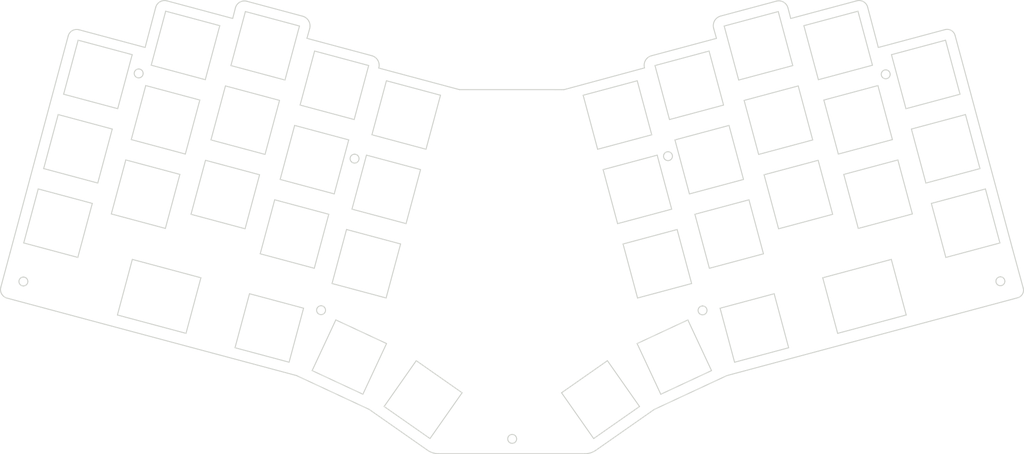
<source format=kicad_pcb>
(kicad_pcb (version 20171130) (host pcbnew "(5.1.10)-1")

  (general
    (thickness 1.6)
    (drawings 266)
    (tracks 0)
    (zones 0)
    (modules 0)
    (nets 1)
  )

  (page A4)
  (layers
    (0 F.Cu signal)
    (31 B.Cu signal)
    (32 B.Adhes user)
    (33 F.Adhes user)
    (34 B.Paste user)
    (35 F.Paste user)
    (36 B.SilkS user)
    (37 F.SilkS user)
    (38 B.Mask user)
    (39 F.Mask user)
    (40 Dwgs.User user)
    (41 Cmts.User user)
    (42 Eco1.User user)
    (43 Eco2.User user)
    (44 Edge.Cuts user)
    (45 Margin user)
    (46 B.CrtYd user)
    (47 F.CrtYd user)
    (48 B.Fab user)
    (49 F.Fab user)
  )

  (setup
    (last_trace_width 0.254)
    (trace_clearance 0.2)
    (zone_clearance 0.508)
    (zone_45_only no)
    (trace_min 0.2)
    (via_size 0.8)
    (via_drill 0.4)
    (via_min_size 0.4)
    (via_min_drill 0.3)
    (uvia_size 0.3)
    (uvia_drill 0.1)
    (uvias_allowed no)
    (uvia_min_size 0.2)
    (uvia_min_drill 0.1)
    (edge_width 0.05)
    (segment_width 0.2)
    (pcb_text_width 0.3)
    (pcb_text_size 1.5 1.5)
    (mod_edge_width 0.12)
    (mod_text_size 1 1)
    (mod_text_width 0.15)
    (pad_size 1.524 1.524)
    (pad_drill 0.762)
    (pad_to_mask_clearance 0)
    (aux_axis_origin 0 0)
    (visible_elements 7FFFFFFF)
    (pcbplotparams
      (layerselection 0x010fc_ffffffff)
      (usegerberextensions false)
      (usegerberattributes true)
      (usegerberadvancedattributes true)
      (creategerberjobfile true)
      (excludeedgelayer true)
      (linewidth 0.100000)
      (plotframeref false)
      (viasonmask false)
      (mode 1)
      (useauxorigin false)
      (hpglpennumber 1)
      (hpglpenspeed 20)
      (hpglpendiameter 15.000000)
      (psnegative false)
      (psa4output false)
      (plotreference true)
      (plotvalue true)
      (plotinvisibletext false)
      (padsonsilk false)
      (subtractmaskfromsilk false)
      (outputformat 1)
      (mirror false)
      (drillshape 0)
      (scaleselection 1)
      (outputdirectory "gerbers/"))
  )

  (net 0 "")

  (net_class Default "This is the default net class."
    (clearance 0.2)
    (trace_width 0.254)
    (via_dia 0.8)
    (via_drill 0.4)
    (uvia_dia 0.3)
    (uvia_drill 0.1)
  )

  (net_class Power ""
    (clearance 0.2)
    (trace_width 0.381)
    (via_dia 0.8)
    (via_drill 0.4)
    (uvia_dia 0.3)
    (uvia_drill 0.1)
  )

  (gr_curve (pts (xy 60.092278 41.720327) (xy 60.244778 41.142164) (xy 60.621256 40.648539) (xy 61.1385 40.348558)) (layer Edge.Cuts) (width 0.25))
  (gr_line (start 271.22136 101.038423) (end 273.941878 111.015776) (layer Edge.Cuts) (width 0.25))
  (gr_line (start 21.906161 110.799015) (end 24.21398 102.191583) (layer Edge.Cuts) (width 0.25))
  (gr_curve (pts (xy 114.857934 54.818752) (xy 115.181581 55.392561) (xy 115.260679 56.072478) (xy 115.0774 56.70526)) (layer Edge.Cuts) (width 0.25))
  (gr_line (start 260.566059 61.35092) (end 271.22136 101.038423) (layer Edge.Cuts) (width 0.25))
  (gr_curve (pts (xy 80.797665 40.454292) (xy 81.323729 40.146936) (xy 81.950858 40.062712) (xy 82.539375 40.220381)) (layer Edge.Cuts) (width 0.25))
  (gr_line (start 127.097653 151.018963) (end 112.7152 140.946799) (layer Edge.Cuts) (width 0.25))
  (gr_curve (pts (xy 61.1385 40.348558) (xy 61.655743 40.048578) (xy 62.27116 39.966944) (xy 62.848724 40.121699)) (layer Edge.Cuts) (width 0.25))
  (gr_curve (pts (xy 23.455295 113.482373) (xy 22.89399 113.332032) (xy 22.415415 112.964836) (xy 22.124885 112.461589)) (layer Edge.Cuts) (width 0.25))
  (gr_curve (pts (xy 97.806509 45.072149) (xy 98.134793 45.647455) (xy 98.219394 46.330146) (xy 98.04147 46.968182)) (layer Edge.Cuts) (width 0.25))
  (gr_line (start 82.539375 40.220381) (end 96.293704 43.905288) (layer Edge.Cuts) (width 0.25))
  (gr_line (start 182.981763 140.949443) (end 168.596838 151.021698) (layer Edge.Cuts) (width 0.25))
  (gr_line (start 94.7955 132.590199) (end 23.455295 113.482373) (layer Edge.Cuts) (width 0.25))
  (gr_line (start 79.06782 44.46754) (end 79.738667 41.856716) (layer Edge.Cuts) (width 0.25))
  (gr_curve (pts (xy 79.738667 41.856716) (xy 79.890293 41.266613) (xy 80.271601 40.761649) (xy 80.797665 40.454292)) (layer Edge.Cuts) (width 0.25))
  (gr_line (start 98.04147 46.968182) (end 97.37106 49.37228) (layer Edge.Cuts) (width 0.25))
  (gr_line (start 165.885645 151.876421) (end 129.80878 151.87398) (layer Edge.Cuts) (width 0.25))
  (gr_line (start 97.37106 49.37228) (end 113.356977 53.655049) (layer Edge.Cuts) (width 0.25))
  (gr_curve (pts (xy 96.293704 43.905288) (xy 96.933519 44.0767) (xy 97.478225 44.496844) (xy 97.806509 45.072149)) (layer Edge.Cuts) (width 0.25))
  (gr_line (start 112.7152 140.946799) (end 94.7955 132.590199) (layer Edge.Cuts) (width 0.25))
  (gr_line (start 62.848724 40.121699) (end 79.06782 44.46754) (layer Edge.Cuts) (width 0.25))
  (gr_line (start 41.161208 47.250675) (end 57.48036 51.62272) (layer Edge.Cuts) (width 0.25))
  (gr_curve (pts (xy 38.519702 48.775661) (xy 38.828085 47.625165) (xy 40.010674 46.942436) (xy 41.161208 47.250675)) (layer Edge.Cuts) (width 0.25))
  (gr_curve (pts (xy 22.124885 112.461589) (xy 21.834354 111.958342) (xy 21.755675 111.360281) (xy 21.906161 110.799015)) (layer Edge.Cuts) (width 0.25))
  (gr_line (start 115.0774 56.70526) (end 134.945283 62.02656) (layer Edge.Cuts) (width 0.25))
  (gr_curve (pts (xy 113.356977 53.655049) (xy 113.993325 53.825533) (xy 114.534286 54.244944) (xy 114.857934 54.818752)) (layer Edge.Cuts) (width 0.25))
  (gr_line (start 257.143181 48.64992) (end 260.566059 61.35092) (layer Edge.Cuts) (width 0.25))
  (gr_line (start 57.48036 51.62272) (end 60.092278 41.720327) (layer Edge.Cuts) (width 0.25))
  (gr_line (start 200.898925 132.592843) (end 182.981763 140.949443) (layer Edge.Cuts) (width 0.25))
  (gr_line (start 35.483957 60.10124) (end 38.519702 48.775661) (layer Edge.Cuts) (width 0.25))
  (gr_line (start 24.21398 102.191583) (end 35.483957 60.10124) (layer Edge.Cuts) (width 0.25))
  (gr_curve (pts (xy 129.80878 151.87398) (xy 128.838747 151.873915) (xy 127.89222 151.575405) (xy 127.097653 151.018963)) (layer Edge.Cuts) (width 0.25))
  (gr_curve (pts (xy 168.596838 151.021698) (xy 167.802232 151.578078) (xy 166.855674 151.876487) (xy 165.885645 151.876421)) (layer Edge.Cuts) (width 0.25))
  (gr_line (start 147.963285 147.118379) (end 147.963285 147.118379) (layer Edge.Cuts) (width 0.25))
  (gr_curve (pts (xy 187.472446 78.44766) (xy 187.472446 77.84055) (xy 186.980286 77.348389) (xy 186.373176 77.348389)) (layer Edge.Cuts) (width 0.25))
  (gr_curve (pts (xy 180.589083 56.662078) (xy 180.413409 56.039845) (xy 180.494389 55.373165) (xy 180.813919 54.811083)) (layer Edge.Cuts) (width 0.25))
  (gr_curve (pts (xy 99.837547 116.036817) (xy 99.667401 116.447587) (xy 99.76145 116.920403) (xy 100.075839 117.234792)) (layer Edge.Cuts) (width 0.25))
  (gr_curve (pts (xy 146.947692 147.796977) (xy 146.777545 148.207747) (xy 146.871594 148.680563) (xy 147.185984 148.994952)) (layer Edge.Cuts) (width 0.25))
  (gr_curve (pts (xy 100.075839 117.234792) (xy 100.390228 117.549181) (xy 100.863044 117.64323) (xy 101.273814 117.473084)) (layer Edge.Cuts) (width 0.25))
  (gr_curve (pts (xy 28.25061 108.600192) (xy 28.044457 108.394039) (xy 27.764853 108.278223) (xy 27.473308 108.278223)) (layer Edge.Cuts) (width 0.25))
  (gr_curve (pts (xy 193.877755 116.086853) (xy 193.707609 116.497622) (xy 193.801658 116.970438) (xy 194.116047 117.284827)) (layer Edge.Cuts) (width 0.25))
  (gr_curve (pts (xy 185.357582 78.026987) (xy 185.187436 78.437757) (xy 185.281484 78.910573) (xy 185.595874 79.224962)) (layer Edge.Cuts) (width 0.25))
  (gr_curve (pts (xy 269.090362 108.540248) (xy 268.884209 108.334095) (xy 268.604604 108.218279) (xy 268.31306 108.218279)) (layer Edge.Cuts) (width 0.25))
  (gr_curve (pts (xy 101.630443 115.680188) (xy 101.42429 115.474035) (xy 101.144686 115.358219) (xy 100.853141 115.358219)) (layer Edge.Cuts) (width 0.25))
  (gr_curve (pts (xy 267.535757 110.094852) (xy 267.850146 110.409241) (xy 268.322963 110.50329) (xy 268.733733 110.333144)) (layer Edge.Cuts) (width 0.25))
  (gr_curve (pts (xy 240.463792 59.263167) (xy 240.874561 59.093021) (xy 241.14239 58.692187) (xy 241.14239 58.247574)) (layer Edge.Cuts) (width 0.25))
  (gr_curve (pts (xy 240.043119 57.148303) (xy 239.598506 57.148303) (xy 239.197671 57.416131) (xy 239.027525 57.826901)) (layer Edge.Cuts) (width 0.25))
  (gr_line (start 216.629145 44.47008) (end 232.906694 40.108577) (layer Edge.Cuts) (width 0.25))
  (gr_curve (pts (xy 272.582546 113.388393) (xy 263.377255 115.854484) (xy 222.487261 126.809214) (xy 200.898925 132.592843)) (layer Edge.Cuts) (width 0.25))
  (gr_curve (pts (xy 273.941878 111.015776) (xy 274.223742 112.049513) (xy 273.615132 113.111759) (xy 272.582546 113.388393)) (layer Edge.Cuts) (width 0.25))
  (gr_curve (pts (xy 100.853141 115.358219) (xy 100.408527 115.358219) (xy 100.007693 115.626048) (xy 99.837547 116.036817)) (layer Edge.Cuts) (width 0.25))
  (gr_line (start 238.216597 51.62526) (end 254.660799 47.219104) (layer Edge.Cuts) (width 0.25))
  (gr_line (start 235.589252 41.664354) (end 238.216597 51.62526) (layer Edge.Cuts) (width 0.25))
  (gr_line (start 194.893349 115.408255) (end 194.893349 115.408255) (layer Edge.Cuts) (width 0.25))
  (gr_curve (pts (xy 180.813919 54.811083) (xy 181.133449 54.249001) (xy 181.66488 53.838392) (xy 182.289407 53.671053)) (layer Edge.Cuts) (width 0.25))
  (gr_curve (pts (xy 254.660799 47.219104) (xy 255.741285 46.929587) (xy 256.852107 47.569852) (xy 257.143181 48.64992)) (layer Edge.Cuts) (width 0.25))
  (gr_line (start 215.950579 41.869364) (end 216.629145 44.47008) (layer Edge.Cuts) (width 0.25))
  (gr_curve (pts (xy 234.571075 40.329356) (xy 235.074454 40.621294) (xy 235.44084 41.101689) (xy 235.589252 41.664354)) (layer Edge.Cuts) (width 0.25))
  (gr_line (start 240.043119 57.148303) (end 240.043119 57.148303) (layer Edge.Cuts) (width 0.25))
  (gr_line (start 27.473308 108.278223) (end 27.473308 108.278223) (layer Edge.Cuts) (width 0.25))
  (gr_curve (pts (xy 232.906694 40.108577) (xy 233.468777 39.95797) (xy 234.067696 40.037416) (xy 234.571075 40.329356)) (layer Edge.Cuts) (width 0.25))
  (gr_curve (pts (xy 194.116047 117.284827) (xy 194.430436 117.599217) (xy 194.903252 117.693266) (xy 195.314022 117.523119)) (layer Edge.Cuts) (width 0.25))
  (gr_line (start 198.323363 49.37482) (end 197.628457 46.907194) (layer Edge.Cuts) (width 0.25))
  (gr_line (start 199.356607 43.869572) (end 213.071791 40.194646) (layer Edge.Cuts) (width 0.25))
  (gr_curve (pts (xy 268.31306 108.218279) (xy 267.868446 108.218279) (xy 267.467612 108.486108) (xy 267.297465 108.896877)) (layer Edge.Cuts) (width 0.25))
  (gr_curve (pts (xy 214.859643 40.433016) (xy 215.400066 40.747404) (xy 215.792735 41.2644) (xy 215.950579 41.869364)) (layer Edge.Cuts) (width 0.25))
  (gr_curve (pts (xy 213.071791 40.194646) (xy 213.675705 40.03283) (xy 214.319221 40.118628) (xy 214.859643 40.433016)) (layer Edge.Cuts) (width 0.25))
  (gr_line (start 134.945283 62.02656) (end 160.744063 62.03164) (layer Edge.Cuts) (width 0.25))
  (gr_curve (pts (xy 241.14239 58.247574) (xy 241.14239 57.956029) (xy 241.026574 57.676425) (xy 240.820421 57.470272)) (layer Edge.Cuts) (width 0.25))
  (gr_curve (pts (xy 239.027525 57.826901) (xy 238.857379 58.23767) (xy 238.951428 58.710486) (xy 239.265817 59.024875)) (layer Edge.Cuts) (width 0.25))
  (gr_line (start 186.373176 77.348389) (end 186.373176 77.348389) (layer Edge.Cuts) (width 0.25))
  (gr_curve (pts (xy 195.99262 116.507526) (xy 195.99262 115.900415) (xy 195.50046 115.408255) (xy 194.893349 115.408255)) (layer Edge.Cuts) (width 0.25))
  (gr_curve (pts (xy 149.062556 148.21765) (xy 149.062556 147.926105) (xy 148.946741 147.646502) (xy 148.740587 147.440348)) (layer Edge.Cuts) (width 0.25))
  (gr_line (start 100.853141 115.358219) (end 100.853141 115.358219) (layer Edge.Cuts) (width 0.25))
  (gr_line (start 55.893114 56.928287) (end 55.893114 56.928287) (layer Edge.Cuts) (width 0.25))
  (gr_line (start 182.289407 53.671053) (end 198.323363 49.37482) (layer Edge.Cuts) (width 0.25))
  (gr_curve (pts (xy 147.185984 148.994952) (xy 147.500373 149.309341) (xy 147.973189 149.40339) (xy 148.383958 149.233244)) (layer Edge.Cuts) (width 0.25))
  (gr_curve (pts (xy 185.595874 79.224962) (xy 185.910263 79.539351) (xy 186.383079 79.6334) (xy 186.793848 79.463254)) (layer Edge.Cuts) (width 0.25))
  (gr_line (start 180.589083 56.66208) (end 180.589083 56.662078) (layer Edge.Cuts) (width 0.25))
  (gr_curve (pts (xy 148.740587 147.440348) (xy 148.534434 147.234195) (xy 148.25483 147.118379) (xy 147.963285 147.118379)) (layer Edge.Cuts) (width 0.25))
  (gr_curve (pts (xy 267.297465 108.896877) (xy 267.12732 109.307647) (xy 267.221369 109.780463) (xy 267.535757 110.094852)) (layer Edge.Cuts) (width 0.25))
  (gr_curve (pts (xy 195.314022 117.523119) (xy 195.724791 117.352973) (xy 195.99262 116.952139) (xy 195.99262 116.507526)) (layer Edge.Cuts) (width 0.25))
  (gr_curve (pts (xy 194.893349 115.408255) (xy 194.448736 115.408255) (xy 194.047901 115.676083) (xy 193.877755 116.086853)) (layer Edge.Cuts) (width 0.25))
  (gr_curve (pts (xy 240.820421 57.470272) (xy 240.614268 57.264118) (xy 240.334664 57.148303) (xy 240.043119 57.148303)) (layer Edge.Cuts) (width 0.25))
  (gr_curve (pts (xy 147.963285 147.118379) (xy 147.518672 147.118379) (xy 147.117838 147.386208) (xy 146.947692 147.796977)) (layer Edge.Cuts) (width 0.25))
  (gr_curve (pts (xy 186.373176 77.348389) (xy 185.928562 77.348389) (xy 185.527728 77.616218) (xy 185.357582 78.026987)) (layer Edge.Cuts) (width 0.25))
  (gr_curve (pts (xy 148.383958 149.233244) (xy 148.794728 149.063098) (xy 149.062556 148.662264) (xy 149.062556 148.21765)) (layer Edge.Cuts) (width 0.25))
  (gr_curve (pts (xy 186.793848 79.463254) (xy 187.204618 79.293108) (xy 187.472446 78.892274) (xy 187.472446 78.44766)) (layer Edge.Cuts) (width 0.25))
  (gr_line (start 160.744063 62.03164) (end 180.589083 56.66208) (layer Edge.Cuts) (width 0.25))
  (gr_line (start 268.31306 108.218279) (end 268.31306 108.218279) (layer Edge.Cuts) (width 0.25))
  (gr_curve (pts (xy 197.857761 45.027252) (xy 198.182486 44.456472) (xy 198.722296 44.039533) (xy 199.356607 43.869572)) (layer Edge.Cuts) (width 0.25))
  (gr_curve (pts (xy 197.628457 46.907194) (xy 197.450451 46.275094) (xy 197.533035 45.598032) (xy 197.857761 45.027252)) (layer Edge.Cuts) (width 0.25))
  (gr_curve (pts (xy 269.41233 109.31755) (xy 269.41233 109.026005) (xy 269.296515 108.746402) (xy 269.090362 108.540248)) (layer Edge.Cuts) (width 0.25))
  (gr_curve (pts (xy 268.733733 110.333144) (xy 269.144501 110.162998) (xy 269.41233 109.762164) (xy 269.41233 109.31755)) (layer Edge.Cuts) (width 0.25))
  (gr_curve (pts (xy 239.265817 59.024875) (xy 239.580206 59.339265) (xy 240.053022 59.433314) (xy 240.463792 59.263167)) (layer Edge.Cuts) (width 0.25))
  (gr_curve (pts (xy 101.952412 116.45749) (xy 101.952412 116.165945) (xy 101.836596 115.886342) (xy 101.630443 115.680188)) (layer Edge.Cuts) (width 0.25))
  (gr_curve (pts (xy 101.273814 117.473084) (xy 101.684583 117.302938) (xy 101.952412 116.902104) (xy 101.952412 116.45749)) (layer Edge.Cuts) (width 0.25))
  (gr_curve (pts (xy 26.374037 109.377494) (xy 26.374037 109.984605) (xy 26.866197 110.476765) (xy 27.473308 110.476765)) (layer Edge.Cuts) (width 0.25))
  (gr_line (start 254.7901 49.83202) (end 258.361339 63.16194) (layer Edge.Cuts) (width 0.25))
  (gr_line (start 109.113221 77.958243) (end 109.113221 77.958243) (layer Edge.Cuts) (width 0.25))
  (gr_curve (pts (xy 109.890523 78.280212) (xy 109.68437 78.074059) (xy 109.404766 77.958243) (xy 109.113221 77.958243)) (layer Edge.Cuts) (width 0.25))
  (gr_line (start 233.20264 42.6743) (end 236.77388 56.00422) (layer Edge.Cuts) (width 0.25))
  (gr_line (start 233.20264 42.6743) (end 219.87272 46.24554) (layer Edge.Cuts) (width 0.25))
  (gr_curve (pts (xy 55.115812 58.80486) (xy 55.430201 59.119249) (xy 55.903017 59.213298) (xy 56.313787 59.043152)) (layer Edge.Cuts) (width 0.25))
  (gr_curve (pts (xy 54.87752 57.606885) (xy 54.707374 58.017655) (xy 54.801423 58.490471) (xy 55.115812 58.80486)) (layer Edge.Cuts) (width 0.25))
  (gr_line (start 70.96522 64.59704) (end 67.39398 77.92696) (layer Edge.Cuts) (width 0.25))
  (gr_line (start 37.3915 63.1594) (end 40.96528 49.82948) (layer Edge.Cuts) (width 0.25))
  (gr_line (start 213.55574 42.7632) (end 200.22582 46.33444) (layer Edge.Cuts) (width 0.25))
  (gr_line (start 54.2952 53.40072) (end 50.72142 66.73064) (layer Edge.Cuts) (width 0.25))
  (gr_line (start 70.96522 64.59704) (end 57.6353 61.0258) (layer Edge.Cuts) (width 0.25))
  (gr_line (start 169.03208 76.74332) (end 182.362 73.17208) (layer Edge.Cuts) (width 0.25))
  (gr_line (start 58.9815 56.00168) (end 62.55274 42.67176) (layer Edge.Cuts) (width 0.25))
  (gr_line (start 32.47406 81.5109) (end 36.04784 68.18098) (layer Edge.Cuts) (width 0.25))
  (gr_line (start 54.06406 74.35572) (end 57.6353 61.0258) (layer Edge.Cuts) (width 0.25))
  (gr_curve (pts (xy 56.670416 57.250255) (xy 56.464263 57.044103) (xy 56.184659 56.928287) (xy 55.893114 56.928287)) (layer Edge.Cuts) (width 0.25))
  (gr_curve (pts (xy 108.335919 79.834816) (xy 108.650308 80.149205) (xy 109.123124 80.243254) (xy 109.533894 80.073108)) (layer Edge.Cuts) (width 0.25))
  (gr_line (start 78.6284 56.09058) (end 82.19964 42.76066) (layer Edge.Cuts) (width 0.25))
  (gr_line (start 54.06406 74.35572) (end 67.39398 77.92696) (layer Edge.Cuts) (width 0.25))
  (gr_line (start 95.52956 46.3319) (end 82.19964 42.76066) (layer Edge.Cuts) (width 0.25))
  (gr_curve (pts (xy 27.473308 108.278223) (xy 26.866197 108.278223) (xy 26.374037 108.770384) (xy 26.374037 109.377494)) (layer Edge.Cuts) (width 0.25))
  (gr_curve (pts (xy 56.313787 59.043152) (xy 56.724556 58.873006) (xy 56.992385 58.472172) (xy 56.992385 58.027558)) (layer Edge.Cuts) (width 0.25))
  (gr_curve (pts (xy 55.893114 56.928287) (xy 55.4485 56.928287) (xy 55.047666 57.196115) (xy 54.87752 57.606885)) (layer Edge.Cuts) (width 0.25))
  (gr_curve (pts (xy 109.533894 80.073108) (xy 109.944663 79.902962) (xy 110.212492 79.502128) (xy 110.212492 79.057514)) (layer Edge.Cuts) (width 0.25))
  (gr_curve (pts (xy 108.097627 78.636841) (xy 107.927481 79.047611) (xy 108.02153 79.520427) (xy 108.335919 79.834816)) (layer Edge.Cuts) (width 0.25))
  (gr_line (start 75.88266 46.24554) (end 72.31142 59.57546) (layer Edge.Cuts) (width 0.25))
  (gr_line (start 245.03142 66.73318) (end 258.361339 63.16194) (layer Edge.Cuts) (width 0.25))
  (gr_curve (pts (xy 109.113221 77.958243) (xy 108.668607 77.958243) (xy 108.267773 78.226072) (xy 108.097627 78.636841)) (layer Edge.Cuts) (width 0.25))
  (gr_line (start 223.44396 59.57546) (end 219.87272 46.24554) (layer Edge.Cuts) (width 0.25))
  (gr_line (start 130.291999 63.41086) (end 126.72076 76.74078) (layer Edge.Cuts) (width 0.25))
  (gr_line (start 108.4734 91.52358) (end 121.80332 95.09482) (layer Edge.Cuts) (width 0.25))
  (gr_line (start 90.61212 64.68594) (end 77.2822 61.11216) (layer Edge.Cuts) (width 0.25))
  (gr_line (start 32.47406 81.5109) (end 45.80398 85.08214) (layer Edge.Cuts) (width 0.25))
  (gr_line (start 49.37776 71.75476) (end 36.04784 68.18098) (layer Edge.Cuts) (width 0.25))
  (gr_line (start 54.2952 53.40072) (end 40.96528 49.82948) (layer Edge.Cuts) (width 0.25))
  (gr_line (start 78.6284 56.09058) (end 91.95578 59.66182) (layer Edge.Cuts) (width 0.25))
  (gr_line (start 213.55574 42.7632) (end 217.12698 56.09312) (layer Edge.Cuts) (width 0.25))
  (gr_line (start 37.3915 63.1594) (end 50.72142 66.73064) (layer Edge.Cuts) (width 0.25))
  (gr_line (start 58.9815 56.00168) (end 72.31142 59.57546) (layer Edge.Cuts) (width 0.25))
  (gr_line (start 130.291999 63.41086) (end 116.96208 59.83962) (layer Edge.Cuts) (width 0.25))
  (gr_line (start 73.70842 74.44208) (end 87.03834 78.01586) (layer Edge.Cuts) (width 0.25))
  (gr_line (start 223.44396 59.57546) (end 236.77388 56.00422) (layer Edge.Cuts) (width 0.25))
  (gr_line (start 178.79076 59.84216) (end 165.46084 63.4134) (layer Edge.Cuts) (width 0.25))
  (gr_line (start 90.61212 64.68594) (end 87.03834 78.01586) (layer Edge.Cuts) (width 0.25))
  (gr_line (start 254.7901 49.83202) (end 241.46018 53.40326) (layer Edge.Cuts) (width 0.25))
  (gr_line (start 95.52956 46.3319) (end 91.95578 59.66182) (layer Edge.Cuts) (width 0.25))
  (gr_line (start 75.88266 46.24554) (end 62.55274 42.67176) (layer Edge.Cuts) (width 0.25))
  (gr_line (start 178.79076 59.84216) (end 182.362 73.17208) (layer Edge.Cuts) (width 0.25))
  (gr_line (start 125.37456 81.7649) (end 112.04464 78.19366) (layer Edge.Cuts) (width 0.25))
  (gr_curve (pts (xy 56.992385 58.027558) (xy 56.992385 57.736013) (xy 56.876569 57.45641) (xy 56.670416 57.250255)) (layer Edge.Cuts) (width 0.25))
  (gr_line (start 169.03208 76.74332) (end 165.46084 63.4134) (layer Edge.Cuts) (width 0.25))
  (gr_line (start 113.39084 73.16954) (end 126.72076 76.74078) (layer Edge.Cuts) (width 0.25))
  (gr_line (start 245.03142 66.73318) (end 241.46018 53.40326) (layer Edge.Cuts) (width 0.25))
  (gr_curve (pts (xy 28.572579 109.377494) (xy 28.572579 109.085949) (xy 28.456763 108.806346) (xy 28.25061 108.600192)) (layer Edge.Cuts) (width 0.25))
  (gr_line (start 73.70842 74.44208) (end 77.2822 61.11216) (layer Edge.Cuts) (width 0.25))
  (gr_line (start 108.4734 91.52358) (end 112.04464 78.19366) (layer Edge.Cuts) (width 0.25))
  (gr_line (start 203.79706 59.66436) (end 200.22582 46.33444) (layer Edge.Cuts) (width 0.25))
  (gr_curve (pts (xy 110.212492 79.057514) (xy 110.212492 78.765969) (xy 110.096676 78.486366) (xy 109.890523 78.280212)) (layer Edge.Cuts) (width 0.25))
  (gr_line (start 113.39084 73.16954) (end 116.96208 59.83962) (layer Edge.Cuts) (width 0.25))
  (gr_line (start 203.79706 59.66436) (end 217.12698 56.09312) (layer Edge.Cuts) (width 0.25))
  (gr_line (start 49.37776 71.75476) (end 45.80398 85.08214) (layer Edge.Cuts) (width 0.25))
  (gr_curve (pts (xy 27.473308 110.476765) (xy 28.080419 110.476765) (xy 28.572579 109.984605) (xy 28.572579 109.377494)) (layer Edge.Cuts) (width 0.25))
  (gr_line (start 125.37456 81.7649) (end 121.80332 95.09482) (layer Edge.Cuts) (width 0.25))
  (gr_line (start 238.12008 61.02834) (end 224.79016 64.59958) (layer Edge.Cuts) (width 0.25))
  (gr_line (start 68.790979 92.79612) (end 72.36476 79.4662) (layer Edge.Cuts) (width 0.25))
  (gr_line (start 183.7082 78.1962) (end 170.37828 81.76744) (layer Edge.Cuts) (width 0.25))
  (gr_line (start 183.7082 78.1962) (end 187.27944 91.52612) (layer Edge.Cuts) (width 0.25))
  (gr_line (start 201.41454 70.86322) (end 188.08462 74.43446) (layer Edge.Cuts) (width 0.25))
  (gr_line (start 201.41454 70.86322) (end 204.98578 84.19314) (layer Edge.Cuts) (width 0.25))
  (gr_line (start 218.47318 61.1147) (end 205.14326 64.68848) (layer Edge.Cuts) (width 0.25))
  (gr_line (start 208.7145 78.01586) (end 222.04442 74.44462) (layer Edge.Cuts) (width 0.25))
  (gr_line (start 206.33198 89.21472) (end 193.00206 92.78596) (layer Edge.Cuts) (width 0.25))
  (gr_line (start 213.63194 96.3699) (end 210.0607 83.03998) (layer Edge.Cuts) (width 0.25))
  (gr_line (start 103.55596 109.87508) (end 107.1272 96.54516) (layer Edge.Cuts) (width 0.25))
  (gr_line (start 223.39062 79.46874) (end 226.96186 92.79866) (layer Edge.Cuts) (width 0.25))
  (gr_line (start 228.3614 77.9295) (end 224.79016 64.59958) (layer Edge.Cuts) (width 0.25))
  (gr_line (start 49.14662 92.70722) (end 52.71786 79.3773) (layer Edge.Cuts) (width 0.25))
  (gr_line (start 249.94886 85.08468) (end 263.278779 81.51344) (layer Edge.Cuts) (width 0.25))
  (gr_line (start 103.55596 109.87508) (end 116.88588 113.44632) (layer Edge.Cuts) (width 0.25))
  (gr_line (start 223.39062 79.46874) (end 210.0607 83.03998) (layer Edge.Cuts) (width 0.25))
  (gr_line (start 213.63194 96.3699) (end 226.96186 92.79866) (layer Edge.Cuts) (width 0.25))
  (gr_line (start 79.63932 125.72468) (end 83.21056 112.39476) (layer Edge.Cuts) (width 0.25))
  (gr_line (start 135.618379 136.83464) (end 124.31538 128.91746) (layer Edge.Cuts) (width 0.25))
  (gr_line (start 264.624979 86.53756) (end 251.29506 90.1088) (layer Edge.Cuts) (width 0.25))
  (gr_line (start 228.3614 77.9295) (end 241.69132 74.35826) (layer Edge.Cuts) (width 0.25))
  (gr_line (start 238.12008 61.02834) (end 241.69132 74.35826) (layer Edge.Cuts) (width 0.25))
  (gr_line (start 49.14662 92.70722) (end 62.474 96.27846) (layer Edge.Cuts) (width 0.25))
  (gr_line (start 259.707539 68.18352) (end 246.37762 71.75476) (layer Edge.Cuts) (width 0.25))
  (gr_line (start 259.707539 68.18352) (end 263.278779 81.51344) (layer Edge.Cuts) (width 0.25))
  (gr_line (start 27.55662 99.86494) (end 31.1304 86.53502) (layer Edge.Cuts) (width 0.25))
  (gr_line (start 196.5733 106.11588) (end 193.00206 92.78596) (layer Edge.Cuts) (width 0.25))
  (gr_line (start 66.04778 82.94854) (end 52.71786 79.3773) (layer Edge.Cuts) (width 0.25))
  (gr_line (start 243.03752 79.37984) (end 246.60876 92.70976) (layer Edge.Cuts) (width 0.25))
  (gr_line (start 188.62564 96.5477) (end 175.29572 100.11894) (layer Edge.Cuts) (width 0.25))
  (gr_line (start 233.27884 96.281) (end 229.7076 82.95108) (layer Edge.Cuts) (width 0.25))
  (gr_line (start 85.69468 83.03744) (end 72.36476 79.4662) (layer Edge.Cuts) (width 0.25))
  (gr_line (start 85.69468 83.03744) (end 82.1209 96.36736) (layer Edge.Cuts) (width 0.25))
  (gr_line (start 120.45712 100.1164) (end 116.88588 113.44632) (layer Edge.Cuts) (width 0.25))
  (gr_line (start 178.8695 113.44886) (end 192.19688 109.87762) (layer Edge.Cuts) (width 0.25))
  (gr_line (start 178.8695 113.44886) (end 175.29572 100.11894) (layer Edge.Cuts) (width 0.25))
  (gr_line (start 188.62564 96.5477) (end 192.19688 109.87762) (layer Edge.Cuts) (width 0.25))
  (gr_line (start 233.27884 96.281) (end 246.60876 92.70976) (layer Edge.Cuts) (width 0.25))
  (gr_line (start 254.8663 103.43872) (end 268.19622 99.86748) (layer Edge.Cuts) (width 0.25))
  (gr_line (start 264.624979 86.53756) (end 268.19622 99.86748) (layer Edge.Cuts) (width 0.25))
  (gr_line (start 96.54048 115.966) (end 83.21056 112.39476) (layer Edge.Cuts) (width 0.25))
  (gr_line (start 173.94952 95.09736) (end 170.37828 81.76744) (layer Edge.Cuts) (width 0.25))
  (gr_line (start 218.47318 61.1147) (end 222.04442 74.44462) (layer Edge.Cuts) (width 0.25))
  (gr_line (start 44.46032 90.10626) (end 40.88654 103.43618) (layer Edge.Cuts) (width 0.25))
  (gr_line (start 243.03752 79.37984) (end 229.7076 82.95108) (layer Edge.Cuts) (width 0.25))
  (gr_line (start 208.7145 78.01586) (end 205.14326 64.68848) (layer Edge.Cuts) (width 0.25))
  (gr_line (start 191.65586 87.76438) (end 188.08462 74.43446) (layer Edge.Cuts) (width 0.25))
  (gr_line (start 66.04778 82.94854) (end 62.474 96.27846) (layer Edge.Cuts) (width 0.25))
  (gr_line (start 79.63932 125.72468) (end 92.96924 129.29592) (layer Edge.Cuts) (width 0.25))
  (gr_line (start 44.46032 90.10626) (end 31.1304 86.53502) (layer Edge.Cuts) (width 0.25))
  (gr_line (start 173.94952 95.09736) (end 187.27944 91.52612) (layer Edge.Cuts) (width 0.25))
  (gr_line (start 196.5733 106.11588) (end 209.90322 102.54464) (layer Edge.Cuts) (width 0.25))
  (gr_line (start 116.40074 140.223) (end 124.31538 128.91746) (layer Edge.Cuts) (width 0.25))
  (gr_line (start 191.65586 87.76438) (end 204.98578 84.19314) (layer Edge.Cuts) (width 0.25))
  (gr_line (start 254.8663 103.43872) (end 251.29506 90.1088) (layer Edge.Cuts) (width 0.25))
  (gr_line (start 249.94886 85.08468) (end 246.37762 71.75476) (layer Edge.Cuts) (width 0.25))
  (gr_line (start 27.55662 99.86494) (end 40.88654 103.43618) (layer Edge.Cuts) (width 0.25))
  (gr_line (start 120.45712 100.1164) (end 107.1272 96.54516) (layer Edge.Cuts) (width 0.25))
  (gr_line (start 206.33198 89.21472) (end 209.90322 102.54464) (layer Edge.Cuts) (width 0.25))
  (gr_line (start 96.54048 115.966) (end 92.96924 129.29592) (layer Edge.Cuts) (width 0.25))
  (gr_line (start 68.790979 92.79612) (end 82.1209 96.36736) (layer Edge.Cuts) (width 0.25))
  (gr_line (start 116.40074 140.223) (end 127.70374 148.13764) (layer Edge.Cuts) (width 0.25))
  (gr_line (start 184.59466 137.2004) (end 197.10162 131.36856) (layer Edge.Cuts) (width 0.25))
  (gr_line (start 90.76706 84.1906) (end 104.09698 87.76184) (layer Edge.Cuts) (width 0.25))
  (gr_line (start 107.67076 74.43192) (end 94.34084 70.86068) (layer Edge.Cuts) (width 0.25))
  (gr_line (start 184.59466 137.2004) (end 178.76028 124.69344) (layer Edge.Cuts) (width 0.25))
  (gr_line (start 202.78614 129.29846) (end 216.11606 125.72722) (layer Edge.Cuts) (width 0.25))
  (gr_line (start 196.4971 52.50918) (end 183.16718 56.08296) (layer Edge.Cuts) (width 0.25))
  (gr_line (start 186.73842 69.41034) (end 200.06834 65.8391) (layer Edge.Cuts) (width 0.25))
  (gr_line (start 98.65376 131.36602) (end 104.4856 118.85906) (layer Edge.Cuts) (width 0.25))
  (gr_line (start 245.09746 117.6424) (end 228.19376 122.17376) (layer Edge.Cuts) (width 0.25))
  (gr_line (start 186.73842 69.41034) (end 183.16718 56.08296) (layer Edge.Cuts) (width 0.25))
  (gr_line (start 95.6845 65.83656) (end 109.01442 69.41034) (layer Edge.Cuts) (width 0.25))
  (gr_line (start 245.09746 117.6424) (end 241.42208 103.9264) (layer Edge.Cuts) (width 0.25))
  (gr_line (start 196.4971 52.50918) (end 200.06834 65.8391) (layer Edge.Cuts) (width 0.25))
  (gr_line (start 224.51838 108.45776) (end 241.42208 103.9264) (layer Edge.Cuts) (width 0.25))
  (gr_line (start 102.75332 92.78596) (end 99.17954 106.11334) (layer Edge.Cuts) (width 0.25))
  (gr_line (start 116.99256 124.6909) (end 104.4856 118.85906) (layer Edge.Cuts) (width 0.25))
  (gr_line (start 116.99256 124.6909) (end 111.16072 137.19786) (layer Edge.Cuts) (width 0.25))
  (gr_line (start 90.76706 84.1906) (end 94.34084 70.86068) (layer Edge.Cuts) (width 0.25))
  (gr_line (start 85.84962 102.5421) (end 99.17954 106.11334) (layer Edge.Cuts) (width 0.25))
  (gr_line (start 54.32822 103.9264) (end 71.23192 108.45776) (layer Edge.Cuts) (width 0.25))
  (gr_line (start 112.5882 56.08042) (end 99.25828 52.50664) (layer Edge.Cuts) (width 0.25))
  (gr_line (start 112.5882 56.08042) (end 109.01442 69.41034) (layer Edge.Cuts) (width 0.25))
  (gr_line (start 54.32822 103.9264) (end 50.65284 117.64494) (layer Edge.Cuts) (width 0.25))
  (gr_line (start 212.54482 112.3973) (end 199.2149 115.96854) (layer Edge.Cuts) (width 0.25))
  (gr_line (start 85.84962 102.5421) (end 89.4234 89.21218) (layer Edge.Cuts) (width 0.25))
  (gr_line (start 202.78614 129.29846) (end 199.2149 115.96854) (layer Edge.Cuts) (width 0.25))
  (gr_line (start 98.65376 131.36602) (end 111.16072 137.19786) (layer Edge.Cuts) (width 0.25))
  (gr_line (start 107.67076 74.43192) (end 104.09698 87.76184) (layer Edge.Cuts) (width 0.25))
  (gr_line (start 95.6845 65.83656) (end 99.25828 52.50664) (layer Edge.Cuts) (width 0.25))
  (gr_line (start 224.51838 108.45776) (end 228.19376 122.17376) (layer Edge.Cuts) (width 0.25))
  (gr_line (start 135.618379 136.83464) (end 127.70374 148.13764) (layer Edge.Cuts) (width 0.25))
  (gr_line (start 191.26724 118.8616) (end 197.10162 131.36856) (layer Edge.Cuts) (width 0.25))
  (gr_line (start 102.75332 92.78596) (end 89.4234 89.21218) (layer Edge.Cuts) (width 0.25))
  (gr_line (start 67.55654 122.17376) (end 50.65284 117.64494) (layer Edge.Cuts) (width 0.25))
  (gr_line (start 171.44 128.92) (end 160.13446 136.83718) (layer Edge.Cuts) (width 0.25))
  (gr_line (start 168.0491 148.14018) (end 179.35464 140.22554) (layer Edge.Cuts) (width 0.25))
  (gr_line (start 191.26724 118.8616) (end 178.76028 124.69344) (layer Edge.Cuts) (width 0.25))
  (gr_line (start 212.54482 112.3973) (end 216.11606 125.72722) (layer Edge.Cuts) (width 0.25))
  (gr_line (start 67.55654 122.17376) (end 71.23192 108.45776) (layer Edge.Cuts) (width 0.25))
  (gr_line (start 168.0491 148.14018) (end 160.13446 136.83718) (layer Edge.Cuts) (width 0.25))
  (gr_line (start 171.44 128.92) (end 179.35464 140.22554) (layer Edge.Cuts) (width 0.25))

)

</source>
